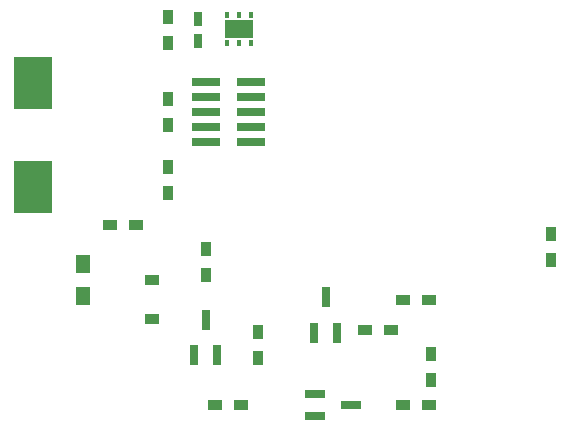
<source format=gtp>
%TF.GenerationSoftware,KiCad,Pcbnew,4.0.2+e4-6225~38~ubuntu15.10.1-stable*%
%TF.CreationDate,2016-06-09T11:59:05+01:00*%
%TF.ProjectId,igrow-101,6967726F772D3130312E6B696361645F,101*%
%TF.FileFunction,Paste,Top*%
%FSLAX46Y46*%
G04 Gerber Fmt 4.6, Leading zero omitted, Abs format (unit mm)*
G04 Created by KiCad (PCBNEW 4.0.2+e4-6225~38~ubuntu15.10.1-stable) date Thu 09 Jun 2016 11:59:05 BST*
%MOMM*%
G01*
G04 APERTURE LIST*
%ADD10C,0.100000*%
%ADD11R,0.750000X1.200000*%
%ADD12R,3.299460X4.500880*%
%ADD13R,3.299460X4.498340*%
%ADD14R,0.900000X1.200000*%
%ADD15R,1.200000X0.900000*%
%ADD16R,0.400000X0.600000*%
%ADD17R,2.400000X1.500000*%
%ADD18R,1.300000X1.500000*%
%ADD19R,2.400000X0.740000*%
%ADD20R,1.220000X0.910000*%
%ADD21R,0.800100X1.800860*%
%ADD22R,1.800860X0.800100*%
G04 APERTURE END LIST*
D10*
D11*
X149225000Y-99375000D03*
X149225000Y-97475000D03*
D12*
X135255000Y-102915720D03*
D13*
X135255000Y-111714280D03*
D14*
X168910000Y-125900000D03*
X168910000Y-128100000D03*
D15*
X166540000Y-130175000D03*
X168740000Y-130175000D03*
X150665000Y-130175000D03*
X152865000Y-130175000D03*
D14*
X149860000Y-117010000D03*
X149860000Y-119210000D03*
X146685000Y-112225000D03*
X146685000Y-110025000D03*
D15*
X141775000Y-114935000D03*
X143975000Y-114935000D03*
D14*
X146685000Y-106510000D03*
X146685000Y-104310000D03*
X146685000Y-99525000D03*
X146685000Y-97325000D03*
X154305000Y-126195000D03*
X154305000Y-123995000D03*
D15*
X163365000Y-123825000D03*
X165565000Y-123825000D03*
X166540000Y-121285000D03*
X168740000Y-121285000D03*
D16*
X153670000Y-97155000D03*
X152670000Y-97155000D03*
X151670000Y-97155000D03*
X151670000Y-99555000D03*
X152670000Y-99555000D03*
X153670000Y-99555000D03*
D17*
X152670000Y-98355000D03*
D18*
X139446000Y-118284000D03*
X139446000Y-120984000D03*
D19*
X153670000Y-107950000D03*
X149860000Y-107950000D03*
X153670000Y-106680000D03*
X149860000Y-106680000D03*
X153670000Y-105410000D03*
X149860000Y-105410000D03*
X153670000Y-104140000D03*
X149860000Y-104140000D03*
X153670000Y-102870000D03*
X149860000Y-102870000D03*
D20*
X145288000Y-119634000D03*
X145288000Y-122910600D03*
D14*
X179070000Y-115740000D03*
X179070000Y-117940000D03*
D21*
X148910000Y-125961140D03*
X150810000Y-125961140D03*
X149860000Y-122958860D03*
X159070000Y-124056140D03*
X160970000Y-124056140D03*
X160020000Y-121053860D03*
D22*
X159153860Y-129225000D03*
X159153860Y-131125000D03*
X162156140Y-130175000D03*
M02*

</source>
